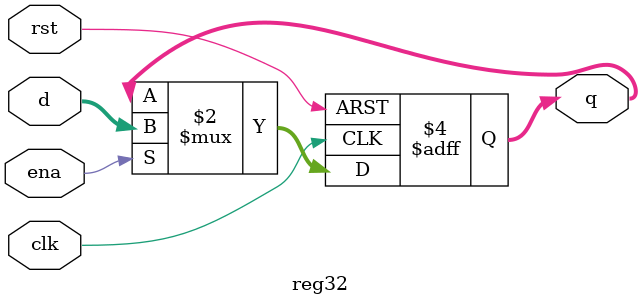
<source format=sv>
module reg32(
input logic clk,rst,ena,
input logic [31:0]d,
output logic [31:0]q);
always_ff@(posedge clk or posedge rst) begin
if(rst)begin
q<=32'b0;
end
else if(ena)begin
q<=d;
end
end
endmodule


</source>
